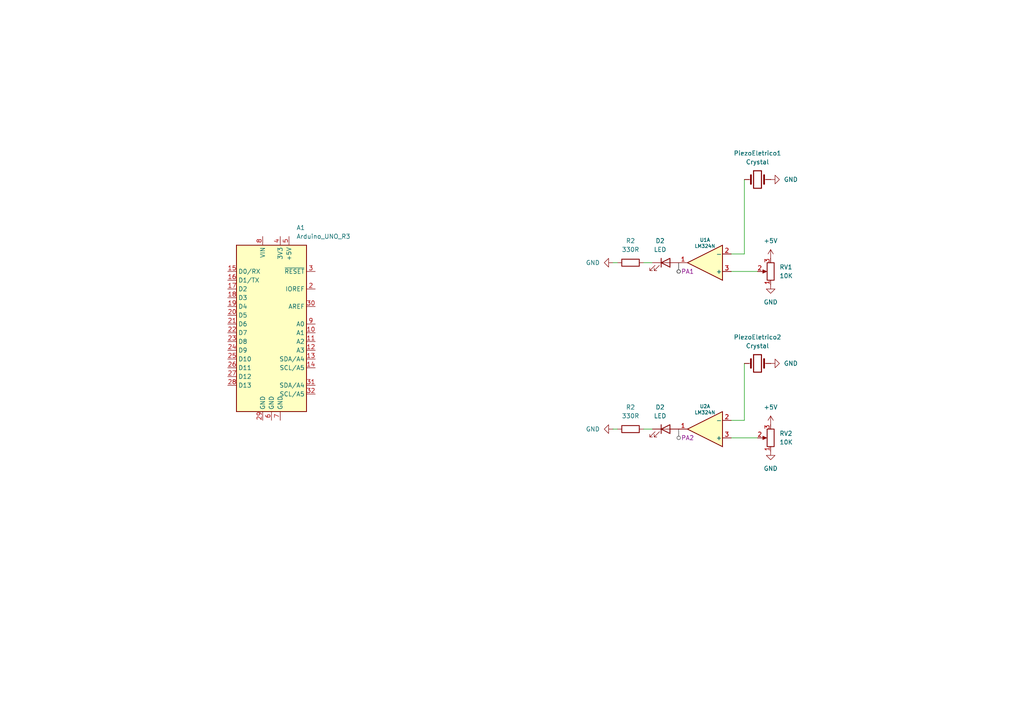
<source format=kicad_sch>
(kicad_sch (version 20250114) (generator "eeschema") (generator_version "9.0")
  (paper "A4")
  (lib_symbols
    (symbol "Amplifier_Operational:LM324" (pin_names (offset 0.127))
      (property "Reference" "U" (at 0 5.08 0))
      (property "Value" "LM324" (at 0 -5.08 0))
      (symbol "LM324_1_1"
        (polyline (pts (xy -5.08 5.08) (xy 5.08 0) (xy -5.08 -5.08) (xy -5.08 5.08)) (stroke (width 0.254)) (fill (type background)))
        (pin input line (at -7.62 2.54 0) (length 2.54) (name "+") (number "3"))
        (pin input line (at -7.62 -2.54 0) (length 2.54) (name "-") (number "2"))
        (pin output line (at 7.62 0 180) (length 2.54) (name "~") (number "1"))
      )
      (symbol "LM324_2_1"
        (polyline (pts (xy -5.08 5.08) (xy 5.08 0) (xy -5.08 -5.08) (xy -5.08 5.08)) (stroke (width 0.254)) (fill (type background)))
        (pin input line (at -7.62 2.54 0) (length 2.54) (name "+") (number "5"))
        (pin input line (at -7.62 -2.54 0) (length 2.54) (name "-") (number "6"))
        (pin output line (at 7.62 0 180) (length 2.54) (name "~") (number "7"))
      )
      (symbol "LM324_3_1"
        (polyline (pts (xy -5.08 5.08) (xy 5.08 0) (xy -5.08 -5.08) (xy -5.08 5.08)) (stroke (width 0.254)) (fill (type background)))
        (pin input line (at -7.62 2.54 0) (length 2.54) (name "+") (number "10"))
        (pin input line (at -7.62 -2.54 0) (length 2.54) (name "-") (number "9"))
        (pin output line (at 7.62 0 180) (length 2.54) (name "~") (number "8"))
      )
      (symbol "LM324_4_1"
        (polyline (pts (xy -5.08 5.08) (xy 5.08 0) (xy -5.08 -5.08) (xy -5.08 5.08)) (stroke (width 0.254)) (fill (type background)))
        (pin input line (at -7.62 2.54 0) (length 2.54) (name "+") (number "12"))
        (pin input line (at -7.62 -2.54 0) (length 2.54) (name "-") (number "13"))
        (pin output line (at 7.62 0 180) (length 2.54) (name "~") (number "14"))
      )
      (symbol "LM324_5_1"
        (pin power_in line (at -2.54 7.62 270) (length 3.81) (name "V+") (number "4"))
        (pin power_in line (at -2.54 -7.62 90) (length 3.81) (name "V-") (number "11"))
      )
    )
    (symbol "Device:Crystal" (pin_numbers (hide yes)) (pin_names (offset 1.016) (hide yes))
      (property "Reference" "Y" (at 0 3.81 0))
      (property "Value" "Crystal" (at 0 -3.81 0))
      (symbol "Crystal_0_1"
        (polyline (pts (xy -2.54 0) (xy -1.905 0)))
        (polyline (pts (xy -1.905 -1.27) (xy -1.905 1.27)) (stroke (width 0.508)))
        (rectangle (start -1.143 2.54) (end 1.143 -2.54) (stroke (width 0.3048)))
        (polyline (pts (xy 1.905 -1.27) (xy 1.905 1.27)) (stroke (width 0.508)))
        (polyline (pts (xy 2.54 0) (xy 1.905 0)))
      )
      (symbol "Crystal_1_1"
        (pin passive line (at -3.81 0 0) (length 1.27) (name "1") (number "1"))
        (pin passive line (at 3.81 0 180) (length 1.27) (name "2") (number "2"))
      )
    )
    (symbol "Device:LED" (pin_numbers (hide yes)) (pin_names (offset 1.016) (hide yes))
      (property "Reference" "D" (at 0 2.54 0))
      (property "Value" "LED" (at 0 -2.54 0))
      (symbol "LED_0_1"
        (polyline (pts (xy -3.048 -0.762) (xy -4.572 -2.286) (xy -3.81 -2.286) (xy -4.572 -2.286) (xy -4.572 -1.524)))
        (polyline (pts (xy -1.778 -0.762) (xy -3.302 -2.286) (xy -2.54 -2.286) (xy -3.302 -2.286) (xy -3.302 -1.524)))
        (polyline (pts (xy -1.27 0) (xy 1.27 0)))
        (polyline (pts (xy -1.27 -1.27) (xy -1.27 1.27)) (stroke (width 0.254)))
        (polyline (pts (xy 1.27 -1.27) (xy 1.27 1.27) (xy -1.27 0) (xy 1.27 -1.27)) (stroke (width 0.254)))
      )
      (symbol "LED_1_1"
        (pin passive line (at -3.81 0 0) (length 2.54) (name "K") (number "1"))
        (pin passive line (at 3.81 0 180) (length 2.54) (name "A") (number "2"))
      )
    )
    (symbol "Device:R" (pin_numbers (hide yes)) (pin_names (offset 0))
      (property "Reference" "R" (at 2.032 0 90))
      (property "Value" "R" (at 0 0 90))
      (symbol "R_0_1"
        (rectangle (start -1.016 -2.54) (end 1.016 2.54) (stroke (width 0.254)))
      )
      (symbol "R_1_1"
        (pin passive line (at 0 3.81 270) (length 1.27) (name "~") (number "1"))
        (pin passive line (at 0 -3.81 90) (length 1.27) (name "~") (number "2"))
      )
    )
    (symbol "Device:R_Potentiometer" (pin_names (offset 1.016) (hide yes))
      (property "Reference" "RV" (at -4.445 0 90))
      (property "Value" "R_Potentiometer" (at -2.54 0 90))
      (symbol "R_Potentiometer_0_1"
        (rectangle (start 1.016 2.54) (end -1.016 -2.54) (stroke (width 0.254)))
        (polyline (pts (xy 1.143 0) (xy 2.286 0.508) (xy 2.286 -0.508) (xy 1.143 0)) (fill (type outline)))
        (polyline (pts (xy 2.54 0) (xy 1.524 0)))
      )
      (symbol "R_Potentiometer_1_1"
        (pin passive line (at 0 3.81 270) (length 1.27) (name "1") (number "1"))
        (pin passive line (at 0 -3.81 90) (length 1.27) (name "3") (number "3"))
        (pin passive line (at 3.81 0 180) (length 1.27) (name "2") (number "2"))
      )
    )
    (symbol "MCU_Module:Arduino_UNO_R3"
      (property "Reference" "A" (at -10.16 23.495 0))
      (property "Value" "Arduino_UNO_R3" (at 5.08 -26.67 0))
      (symbol "Arduino_UNO_R3_0_1"
        (rectangle (start -10.16 22.86) (end 10.16 -25.4) (stroke (width 0.254)) (fill (type background)))
      )
      (symbol "Arduino_UNO_R3_1_1"
        (pin bidirectional line (at -12.7 15.24 0) (length 2.54) (name "D0/RX") (number "15"))
        (pin bidirectional line (at -12.7 12.7 0) (length 2.54) (name "D1/TX") (number "16"))
        (pin bidirectional line (at -12.7 10.16 0) (length 2.54) (name "D2") (number "17"))
        (pin bidirectional line (at -12.7 7.62 0) (length 2.54) (name "D3") (number "18"))
        (pin bidirectional line (at -12.7 5.08 0) (length 2.54) (name "D4") (number "19"))
        (pin bidirectional line (at -12.7 2.54 0) (length 2.54) (name "D5") (number "20"))
        (pin bidirectional line (at -12.7 0 0) (length 2.54) (name "D6") (number "21"))
        (pin bidirectional line (at -12.7 -2.54 0) (length 2.54) (name "D7") (number "22"))
        (pin bidirectional line (at -12.7 -5.08 0) (length 2.54) (name "D8") (number "23"))
        (pin bidirectional line (at -12.7 -7.62 0) (length 2.54) (name "D9") (number "24"))
        (pin bidirectional line (at -12.7 -10.16 0) (length 2.54) (name "D10") (number "25"))
        (pin bidirectional line (at -12.7 -12.7 0) (length 2.54) (name "D11") (number "26"))
        (pin bidirectional line (at -12.7 -15.24 0) (length 2.54) (name "D12") (number "27"))
        (pin bidirectional line (at -12.7 -17.78 0) (length 2.54) (name "D13") (number "28"))
        (pin no_connect line (at -10.16 -20.32 0) (length 2.54) (hide yes) (name "NC") (number "1"))
        (pin power_in line (at -2.54 25.4 270) (length 2.54) (name "VIN") (number "8"))
        (pin power_in line (at -2.54 -27.94 90) (length 2.54) (name "GND") (number "29"))
        (pin power_in line (at 0 -27.94 90) (length 2.54) (name "GND") (number "6"))
        (pin power_out line (at 2.54 25.4 270) (length 2.54) (name "3V3") (number "4"))
        (pin power_in line (at 2.54 -27.94 90) (length 2.54) (name "GND") (number "7"))
        (pin power_out line (at 5.08 25.4 270) (length 2.54) (name "+5V") (number "5"))
        (pin input line (at 12.7 15.24 180) (length 2.54) (name "~{RESET}") (number "3"))
        (pin output line (at 12.7 10.16 180) (length 2.54) (name "IOREF") (number "2"))
        (pin input line (at 12.7 5.08 180) (length 2.54) (name "AREF") (number "30"))
        (pin bidirectional line (at 12.7 0 180) (length 2.54) (name "A0") (number "9"))
        (pin bidirectional line (at 12.7 -2.54 180) (length 2.54) (name "A1") (number "10"))
        (pin bidirectional line (at 12.7 -5.08 180) (length 2.54) (name "A2") (number "11"))
        (pin bidirectional line (at 12.7 -7.62 180) (length 2.54) (name "A3") (number "12"))
        (pin bidirectional line (at 12.7 -10.16 180) (length 2.54) (name "SDA/A4") (number "13"))
        (pin bidirectional line (at 12.7 -12.7 180) (length 2.54) (name "SCL/A5") (number "14"))
        (pin bidirectional line (at 12.7 -17.78 180) (length 2.54) (name "SDA/A4") (number "31"))
        (pin bidirectional line (at 12.7 -20.32 180) (length 2.54) (name "SCL/A5") (number "32"))
      )
    )
    (symbol "power:+5V" (power) (pin_numbers (hide yes)) (pin_names (offset 0) (hide yes))
      (property "Value" "+5V" (at 0 3.556 0))
      (symbol "+5V_0_1"
        (polyline (pts (xy -0.762 1.27) (xy 0 2.54)))
        (polyline (pts (xy 0 2.54) (xy 0.762 1.27)))
        (polyline (pts (xy 0 0) (xy 0 2.54)))
      )
      (symbol "+5V_1_1"
        (pin power_in line (at 0 0 90) (length 0) (name "~") (number "1"))
      )
    )
    (symbol "power:GND" (power) (pin_numbers (hide yes)) (pin_names (offset 0) (hide yes))
      (property "Value" "GND" (at 0 -3.81 0))
      (symbol "GND_0_1"
        (polyline (pts (xy 0 0) (xy 0 -1.27) (xy 1.27 -1.27) (xy 0 -2.54) (xy -1.27 -1.27) (xy 0 -1.27)))
      )
      (symbol "GND_1_1"
        (pin power_in line (at 0 0 270) (length 0) (name "~") (number "1"))
      )
    )
  )
  (wire (pts (xy 215.9 105.41) (xy 215.9 121.92)))
  (wire (pts (xy 215.9 121.92) (xy 212.09 121.92)))
  (wire (pts (xy 186.69 76.2) (xy 189.23 76.2)))
  (wire (pts (xy 215.9 52.07) (xy 215.9 73.66)))
  (wire (pts (xy 186.69 124.46) (xy 189.23 124.46)))
  (wire (pts (xy 215.9 73.66) (xy 212.09 73.66)))
  (wire (pts (xy 212.09 127) (xy 219.71 127)))
  (wire (pts (xy 212.09 78.74) (xy 219.71 78.74)))
  (wire (pts (xy 177.8 124.46) (xy 179.07 124.46)))
  (wire (pts (xy 177.8 76.2) (xy 179.07 76.2)))
  (netclass_flag "" (length 2.54) (shape round) (at 196.85 76.2 180) (property "Netclass" "PA1" (at 197.5485 78.74 0) (effects (justify left))))
  (netclass_flag "" (length 2.54) (shape round) (at 196.85 76.2 180))
  (netclass_flag "" (length 2.54) (shape round) (at 196.85 124.46 180) (property "Netclass" "PA2" (at 197.5485 127 0) (effects (justify left))))
  (symbol (lib_id "MCU_Module:Arduino_UNO_R3") (at 78.74 93.98 0) (unit 1)
    (property "Reference" "A1" (at 85.9633 66.04 0) (effects (justify left)))
    (property "Value" "Arduino_UNO_R3" (at 85.9633 68.58 0) (effects (justify left)))
    (property "Footprint" "Module:Arduino_UNO_R3" (effects (hide yes)))
    (property "Datasheet" "https://www.arduino.cc/en/Main/arduinoBoardUno" (effects (hide yes)))
    (property "Description" "Arduino UNO Microcontroller Module, release 3" (effects (hide yes)))
  )
  (symbol (lib_id "Device:R") (at 182.88 124.46 90) (unit 1)
    (property "Reference" "R2" (at 182.88 118.11 90))
    (property "Value" "330R" (at 182.88 120.65 90))
    (property "Description" "Resistor" (effects (hide yes)))
  )
  (symbol (lib_id "power:GND") (at 177.8 124.46 270) (unit 1)
    (property "Reference" "#PWR05" (effects (hide yes)))
    (property "Value" "GND" (at 173.99 124.4599 90) (effects (justify right)))
    (property "Description" "Power symbol creates a global label with name \"GND\" , ground" (effects (hide yes)))
  )
  (symbol (lib_id "Device:Crystal") (at 219.71 52.07 0) (unit 1)
    (property "Reference" "PiezoEletrico1" (at 219.71 44.45 0))
    (property "Value" "Crystal" (at 219.71 46.99 0))
    (property "Description" "Two pin crystal" (effects (hide yes)))
  )
  (symbol (lib_id "Device:R_Potentiometer") (at 223.52 78.74 180) (unit 1)
    (property "Reference" "RV1" (at 226.06 77.4699 0) (effects (justify right)))
    (property "Value" "10K" (at 226.06 80.0099 0) (effects (justify right)))
    (property "Description" "Potentiometer" (effects (hide yes)))
  )
  (symbol (lib_id "power:+5V") (at 223.52 74.93 0) (unit 1)
    (property "Reference" "#PWR01" (effects (hide yes)))
    (property "Value" "+5V" (at 223.52 69.85 0))
    (property "Description" "Power symbol creates a global label with name \"+5V\"" (effects (hide yes)))
  )
  (symbol (lib_id "Device:LED") (at 193.04 76.2 0) (unit 1)
    (property "Reference" "D2" (at 191.4525 69.85 0))
    (property "Value" "LED" (at 191.4525 72.39 0))
    (property "Description" "Light emitting diode" (effects (hide yes)))
    (property "Sim.Pins" "1=K 2=A" (effects (hide yes)))
  )
  (symbol (lib_id "Device:Crystal") (at 219.71 105.41 0) (unit 1)
    (property "Reference" "PiezoEletrico2" (at 219.71 97.79 0))
    (property "Value" "Crystal" (at 219.71 100.33 0))
    (property "Description" "Two pin crystal" (effects (hide yes)))
  )
  (symbol (lib_id "power:+5V") (at 223.52 123.19 0) (unit 1)
    (property "Reference" "#PWR07" (effects (hide yes)))
    (property "Value" "+5V" (at 223.52 118.11 0))
    (property "Description" "Power symbol creates a global label with name \"+5V\"" (effects (hide yes)))
  )
  (symbol (lib_id "power:GND") (at 223.52 82.55 0) (unit 1)
    (property "Reference" "#PWR02" (effects (hide yes)))
    (property "Value" "GND" (at 223.52 87.63 0))
    (property "Description" "Power symbol creates a global label with name \"GND\" , ground" (effects (hide yes)))
  )
  (symbol (lib_id "power:GND") (at 223.52 52.07 90) (unit 1)
    (property "Reference" "#PWR03" (effects (hide yes)))
    (property "Value" "GND" (at 227.33 52.0699 90) (effects (justify right)))
    (property "Description" "Power symbol creates a global label with name \"GND\" , ground" (effects (hide yes)))
  )
  (symbol (lib_id "Device:R_Potentiometer") (at 223.52 127 180) (unit 1)
    (property "Reference" "RV2" (at 226.06 125.7299 0) (effects (justify right)))
    (property "Value" "10K" (at 226.06 128.2699 0) (effects (justify right)))
    (property "Description" "Potentiometer" (effects (hide yes)))
  )
  (symbol (lib_id "Device:LED") (at 193.04 124.46 0) (unit 1)
    (property "Reference" "D2" (at 191.4525 118.11 0))
    (property "Value" "LED" (at 191.4525 120.65 0))
    (property "Description" "Light emitting diode" (effects (hide yes)))
    (property "Sim.Pins" "1=K 2=A" (effects (hide yes)))
  )
  (symbol (lib_id "Amplifier_Operational:LM324") (at 204.47 124.46 180) (unit 1)
    (property "Reference" "U2" (at 204.47 117.856 0) (effects (font (size 1 1))))
    (property "Value" "LM324N" (at 204.47 119.634 0) (effects (font (size 1 1))))
    (property "Datasheet" "http://www.ti.com/lit/ds/symlink/lm2902-n.pdf" (effects (hide yes)))
    (property "Description" "Low-Power, Quad-Operational Amplifiers, DIP-14/SOIC-14/SSOP-14" (effects (hide yes)))
  )
  (symbol (lib_id "Amplifier_Operational:LM324") (at 204.47 76.2 180) (unit 1)
    (property "Reference" "U1" (at 204.47 69.596 0) (effects (font (size 1 1))))
    (property "Value" "LM324N" (at 204.47 71.374 0) (effects (font (size 1 1))))
    (property "Datasheet" "http://www.ti.com/lit/ds/symlink/lm2902-n.pdf" (effects (hide yes)))
    (property "Description" "Low-Power, Quad-Operational Amplifiers, DIP-14/SOIC-14/SSOP-14" (effects (hide yes)))
  )
  (symbol (lib_id "power:GND") (at 223.52 130.81 0) (unit 1)
    (property "Reference" "#PWR08" (effects (hide yes)))
    (property "Value" "GND" (at 223.52 135.89 0))
    (property "Description" "Power symbol creates a global label with name \"GND\" , ground" (effects (hide yes)))
  )
  (symbol (lib_id "power:GND") (at 177.8 76.2 270) (unit 1)
    (property "Reference" "#PWR04" (effects (hide yes)))
    (property "Value" "GND" (at 173.99 76.1999 90) (effects (justify right)))
    (property "Description" "Power symbol creates a global label with name \"GND\" , ground" (effects (hide yes)))
  )
  (symbol (lib_id "Device:R") (at 182.88 76.2 90) (unit 1)
    (property "Reference" "R2" (at 182.88 69.85 90))
    (property "Value" "330R" (at 182.88 72.39 90))
    (property "Description" "Resistor" (effects (hide yes)))
  )
  (symbol (lib_id "power:GND") (at 223.52 105.41 90) (unit 1)
    (property "Reference" "#PWR06" (effects (hide yes)))
    (property "Value" "GND" (at 227.33 105.4099 90) (effects (justify right)))
    (property "Description" "Power symbol creates a global label with name \"GND\" , ground" (effects (hide yes)))
  )
)
</source>
